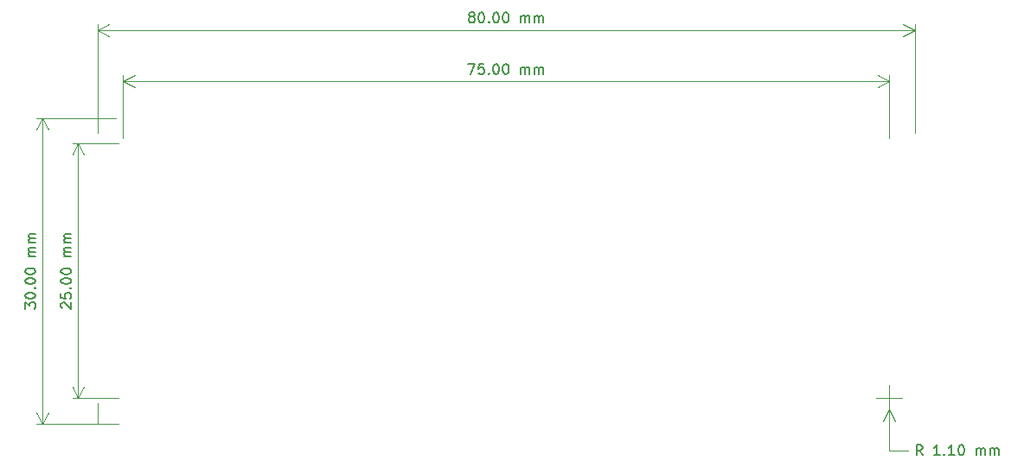
<source format=gbr>
%TF.GenerationSoftware,KiCad,Pcbnew,9.0.2*%
%TF.CreationDate,2025-06-08T01:22:44+05:30*%
%TF.ProjectId,AQEYE-SB-D1,41514559-452d-4534-922d-44312e6b6963,0.1*%
%TF.SameCoordinates,Original*%
%TF.FileFunction,OtherDrawing,Comment*%
%FSLAX46Y46*%
G04 Gerber Fmt 4.6, Leading zero omitted, Abs format (unit mm)*
G04 Created by KiCad (PCBNEW 9.0.2) date 2025-06-08 01:22:44*
%MOMM*%
%LPD*%
G01*
G04 APERTURE LIST*
%ADD10C,0.100000*%
%ADD11C,0.150000*%
%ADD12C,0.200000*%
G04 APERTURE END LIST*
D10*
X0Y0D02*
X2000000Y0D01*
X0Y2000000D02*
X0Y0D01*
D11*
X80747619Y-3081057D02*
X80414286Y-2604866D01*
X80176191Y-3081057D02*
X80176191Y-2081057D01*
X80176191Y-2081057D02*
X80557143Y-2081057D01*
X80557143Y-2081057D02*
X80652381Y-2128676D01*
X80652381Y-2128676D02*
X80700000Y-2176295D01*
X80700000Y-2176295D02*
X80747619Y-2271533D01*
X80747619Y-2271533D02*
X80747619Y-2414390D01*
X80747619Y-2414390D02*
X80700000Y-2509628D01*
X80700000Y-2509628D02*
X80652381Y-2557247D01*
X80652381Y-2557247D02*
X80557143Y-2604866D01*
X80557143Y-2604866D02*
X80176191Y-2604866D01*
X82461905Y-3081057D02*
X81890477Y-3081057D01*
X82176191Y-3081057D02*
X82176191Y-2081057D01*
X82176191Y-2081057D02*
X82080953Y-2223914D01*
X82080953Y-2223914D02*
X81985715Y-2319152D01*
X81985715Y-2319152D02*
X81890477Y-2366771D01*
X82890477Y-2985818D02*
X82938096Y-3033438D01*
X82938096Y-3033438D02*
X82890477Y-3081057D01*
X82890477Y-3081057D02*
X82842858Y-3033438D01*
X82842858Y-3033438D02*
X82890477Y-2985818D01*
X82890477Y-2985818D02*
X82890477Y-3081057D01*
X83890476Y-3081057D02*
X83319048Y-3081057D01*
X83604762Y-3081057D02*
X83604762Y-2081057D01*
X83604762Y-2081057D02*
X83509524Y-2223914D01*
X83509524Y-2223914D02*
X83414286Y-2319152D01*
X83414286Y-2319152D02*
X83319048Y-2366771D01*
X84509524Y-2081057D02*
X84604762Y-2081057D01*
X84604762Y-2081057D02*
X84700000Y-2128676D01*
X84700000Y-2128676D02*
X84747619Y-2176295D01*
X84747619Y-2176295D02*
X84795238Y-2271533D01*
X84795238Y-2271533D02*
X84842857Y-2462009D01*
X84842857Y-2462009D02*
X84842857Y-2700104D01*
X84842857Y-2700104D02*
X84795238Y-2890580D01*
X84795238Y-2890580D02*
X84747619Y-2985818D01*
X84747619Y-2985818D02*
X84700000Y-3033438D01*
X84700000Y-3033438D02*
X84604762Y-3081057D01*
X84604762Y-3081057D02*
X84509524Y-3081057D01*
X84509524Y-3081057D02*
X84414286Y-3033438D01*
X84414286Y-3033438D02*
X84366667Y-2985818D01*
X84366667Y-2985818D02*
X84319048Y-2890580D01*
X84319048Y-2890580D02*
X84271429Y-2700104D01*
X84271429Y-2700104D02*
X84271429Y-2462009D01*
X84271429Y-2462009D02*
X84319048Y-2271533D01*
X84319048Y-2271533D02*
X84366667Y-2176295D01*
X84366667Y-2176295D02*
X84414286Y-2128676D01*
X84414286Y-2128676D02*
X84509524Y-2081057D01*
X86033334Y-3081057D02*
X86033334Y-2414390D01*
X86033334Y-2509628D02*
X86080953Y-2462009D01*
X86080953Y-2462009D02*
X86176191Y-2414390D01*
X86176191Y-2414390D02*
X86319048Y-2414390D01*
X86319048Y-2414390D02*
X86414286Y-2462009D01*
X86414286Y-2462009D02*
X86461905Y-2557247D01*
X86461905Y-2557247D02*
X86461905Y-3081057D01*
X86461905Y-2557247D02*
X86509524Y-2462009D01*
X86509524Y-2462009D02*
X86604762Y-2414390D01*
X86604762Y-2414390D02*
X86747619Y-2414390D01*
X86747619Y-2414390D02*
X86842858Y-2462009D01*
X86842858Y-2462009D02*
X86890477Y-2557247D01*
X86890477Y-2557247D02*
X86890477Y-3081057D01*
X87366667Y-3081057D02*
X87366667Y-2414390D01*
X87366667Y-2509628D02*
X87414286Y-2462009D01*
X87414286Y-2462009D02*
X87509524Y-2414390D01*
X87509524Y-2414390D02*
X87652381Y-2414390D01*
X87652381Y-2414390D02*
X87747619Y-2462009D01*
X87747619Y-2462009D02*
X87795238Y-2557247D01*
X87795238Y-2557247D02*
X87795238Y-3081057D01*
X87795238Y-2557247D02*
X87842857Y-2462009D01*
X87842857Y-2462009D02*
X87938095Y-2414390D01*
X87938095Y-2414390D02*
X88080952Y-2414390D01*
X88080952Y-2414390D02*
X88176191Y-2462009D01*
X88176191Y-2462009D02*
X88223810Y-2557247D01*
X88223810Y-2557247D02*
X88223810Y-3081057D01*
D10*
X77500000Y3770000D02*
X77500000Y1230000D01*
X78770000Y2500000D02*
X76230000Y2500000D01*
X77500000Y1400000D02*
X77500000Y-2626238D01*
X77500000Y-2626238D02*
X79313096Y-2626238D01*
X77500000Y1400000D02*
X78086421Y273496D01*
X77500000Y1400000D02*
X76913579Y273496D01*
D11*
X-7095181Y11285716D02*
X-7095181Y11904763D01*
X-7095181Y11904763D02*
X-6714229Y11571430D01*
X-6714229Y11571430D02*
X-6714229Y11714287D01*
X-6714229Y11714287D02*
X-6666610Y11809525D01*
X-6666610Y11809525D02*
X-6618991Y11857144D01*
X-6618991Y11857144D02*
X-6523753Y11904763D01*
X-6523753Y11904763D02*
X-6285658Y11904763D01*
X-6285658Y11904763D02*
X-6190420Y11857144D01*
X-6190420Y11857144D02*
X-6142800Y11809525D01*
X-6142800Y11809525D02*
X-6095181Y11714287D01*
X-6095181Y11714287D02*
X-6095181Y11428573D01*
X-6095181Y11428573D02*
X-6142800Y11333335D01*
X-6142800Y11333335D02*
X-6190420Y11285716D01*
X-7095181Y12523811D02*
X-7095181Y12619049D01*
X-7095181Y12619049D02*
X-7047562Y12714287D01*
X-7047562Y12714287D02*
X-6999943Y12761906D01*
X-6999943Y12761906D02*
X-6904705Y12809525D01*
X-6904705Y12809525D02*
X-6714229Y12857144D01*
X-6714229Y12857144D02*
X-6476134Y12857144D01*
X-6476134Y12857144D02*
X-6285658Y12809525D01*
X-6285658Y12809525D02*
X-6190420Y12761906D01*
X-6190420Y12761906D02*
X-6142800Y12714287D01*
X-6142800Y12714287D02*
X-6095181Y12619049D01*
X-6095181Y12619049D02*
X-6095181Y12523811D01*
X-6095181Y12523811D02*
X-6142800Y12428573D01*
X-6142800Y12428573D02*
X-6190420Y12380954D01*
X-6190420Y12380954D02*
X-6285658Y12333335D01*
X-6285658Y12333335D02*
X-6476134Y12285716D01*
X-6476134Y12285716D02*
X-6714229Y12285716D01*
X-6714229Y12285716D02*
X-6904705Y12333335D01*
X-6904705Y12333335D02*
X-6999943Y12380954D01*
X-6999943Y12380954D02*
X-7047562Y12428573D01*
X-7047562Y12428573D02*
X-7095181Y12523811D01*
X-6190420Y13285716D02*
X-6142800Y13333335D01*
X-6142800Y13333335D02*
X-6095181Y13285716D01*
X-6095181Y13285716D02*
X-6142800Y13238097D01*
X-6142800Y13238097D02*
X-6190420Y13285716D01*
X-6190420Y13285716D02*
X-6095181Y13285716D01*
X-7095181Y13952382D02*
X-7095181Y14047620D01*
X-7095181Y14047620D02*
X-7047562Y14142858D01*
X-7047562Y14142858D02*
X-6999943Y14190477D01*
X-6999943Y14190477D02*
X-6904705Y14238096D01*
X-6904705Y14238096D02*
X-6714229Y14285715D01*
X-6714229Y14285715D02*
X-6476134Y14285715D01*
X-6476134Y14285715D02*
X-6285658Y14238096D01*
X-6285658Y14238096D02*
X-6190420Y14190477D01*
X-6190420Y14190477D02*
X-6142800Y14142858D01*
X-6142800Y14142858D02*
X-6095181Y14047620D01*
X-6095181Y14047620D02*
X-6095181Y13952382D01*
X-6095181Y13952382D02*
X-6142800Y13857144D01*
X-6142800Y13857144D02*
X-6190420Y13809525D01*
X-6190420Y13809525D02*
X-6285658Y13761906D01*
X-6285658Y13761906D02*
X-6476134Y13714287D01*
X-6476134Y13714287D02*
X-6714229Y13714287D01*
X-6714229Y13714287D02*
X-6904705Y13761906D01*
X-6904705Y13761906D02*
X-6999943Y13809525D01*
X-6999943Y13809525D02*
X-7047562Y13857144D01*
X-7047562Y13857144D02*
X-7095181Y13952382D01*
X-7095181Y14904763D02*
X-7095181Y15000001D01*
X-7095181Y15000001D02*
X-7047562Y15095239D01*
X-7047562Y15095239D02*
X-6999943Y15142858D01*
X-6999943Y15142858D02*
X-6904705Y15190477D01*
X-6904705Y15190477D02*
X-6714229Y15238096D01*
X-6714229Y15238096D02*
X-6476134Y15238096D01*
X-6476134Y15238096D02*
X-6285658Y15190477D01*
X-6285658Y15190477D02*
X-6190420Y15142858D01*
X-6190420Y15142858D02*
X-6142800Y15095239D01*
X-6142800Y15095239D02*
X-6095181Y15000001D01*
X-6095181Y15000001D02*
X-6095181Y14904763D01*
X-6095181Y14904763D02*
X-6142800Y14809525D01*
X-6142800Y14809525D02*
X-6190420Y14761906D01*
X-6190420Y14761906D02*
X-6285658Y14714287D01*
X-6285658Y14714287D02*
X-6476134Y14666668D01*
X-6476134Y14666668D02*
X-6714229Y14666668D01*
X-6714229Y14666668D02*
X-6904705Y14714287D01*
X-6904705Y14714287D02*
X-6999943Y14761906D01*
X-6999943Y14761906D02*
X-7047562Y14809525D01*
X-7047562Y14809525D02*
X-7095181Y14904763D01*
X-6095181Y16428573D02*
X-6761848Y16428573D01*
X-6666610Y16428573D02*
X-6714229Y16476192D01*
X-6714229Y16476192D02*
X-6761848Y16571430D01*
X-6761848Y16571430D02*
X-6761848Y16714287D01*
X-6761848Y16714287D02*
X-6714229Y16809525D01*
X-6714229Y16809525D02*
X-6618991Y16857144D01*
X-6618991Y16857144D02*
X-6095181Y16857144D01*
X-6618991Y16857144D02*
X-6714229Y16904763D01*
X-6714229Y16904763D02*
X-6761848Y17000001D01*
X-6761848Y17000001D02*
X-6761848Y17142858D01*
X-6761848Y17142858D02*
X-6714229Y17238097D01*
X-6714229Y17238097D02*
X-6618991Y17285716D01*
X-6618991Y17285716D02*
X-6095181Y17285716D01*
X-6095181Y17761906D02*
X-6761848Y17761906D01*
X-6666610Y17761906D02*
X-6714229Y17809525D01*
X-6714229Y17809525D02*
X-6761848Y17904763D01*
X-6761848Y17904763D02*
X-6761848Y18047620D01*
X-6761848Y18047620D02*
X-6714229Y18142858D01*
X-6714229Y18142858D02*
X-6618991Y18190477D01*
X-6618991Y18190477D02*
X-6095181Y18190477D01*
X-6618991Y18190477D02*
X-6714229Y18238096D01*
X-6714229Y18238096D02*
X-6761848Y18333334D01*
X-6761848Y18333334D02*
X-6761848Y18476191D01*
X-6761848Y18476191D02*
X-6714229Y18571430D01*
X-6714229Y18571430D02*
X-6618991Y18619049D01*
X-6618991Y18619049D02*
X-6095181Y18619049D01*
D10*
X1800000Y30000000D02*
X-5986420Y30000000D01*
X-5986420Y0D02*
X1800000Y0D01*
X-5400000Y30000000D02*
X-5400000Y0D01*
X-5400000Y30000000D02*
X-4813579Y28873496D01*
X-5400000Y30000000D02*
X-5986421Y28873496D01*
X-5400000Y0D02*
X-5986421Y1126504D01*
X-5400000Y0D02*
X-4813579Y1126504D01*
D11*
X36285715Y35295181D02*
X36952381Y35295181D01*
X36952381Y35295181D02*
X36523810Y34295181D01*
X37809524Y35295181D02*
X37333334Y35295181D01*
X37333334Y35295181D02*
X37285715Y34818991D01*
X37285715Y34818991D02*
X37333334Y34866610D01*
X37333334Y34866610D02*
X37428572Y34914229D01*
X37428572Y34914229D02*
X37666667Y34914229D01*
X37666667Y34914229D02*
X37761905Y34866610D01*
X37761905Y34866610D02*
X37809524Y34818991D01*
X37809524Y34818991D02*
X37857143Y34723753D01*
X37857143Y34723753D02*
X37857143Y34485658D01*
X37857143Y34485658D02*
X37809524Y34390420D01*
X37809524Y34390420D02*
X37761905Y34342800D01*
X37761905Y34342800D02*
X37666667Y34295181D01*
X37666667Y34295181D02*
X37428572Y34295181D01*
X37428572Y34295181D02*
X37333334Y34342800D01*
X37333334Y34342800D02*
X37285715Y34390420D01*
X38285715Y34390420D02*
X38333334Y34342800D01*
X38333334Y34342800D02*
X38285715Y34295181D01*
X38285715Y34295181D02*
X38238096Y34342800D01*
X38238096Y34342800D02*
X38285715Y34390420D01*
X38285715Y34390420D02*
X38285715Y34295181D01*
X38952381Y35295181D02*
X39047619Y35295181D01*
X39047619Y35295181D02*
X39142857Y35247562D01*
X39142857Y35247562D02*
X39190476Y35199943D01*
X39190476Y35199943D02*
X39238095Y35104705D01*
X39238095Y35104705D02*
X39285714Y34914229D01*
X39285714Y34914229D02*
X39285714Y34676134D01*
X39285714Y34676134D02*
X39238095Y34485658D01*
X39238095Y34485658D02*
X39190476Y34390420D01*
X39190476Y34390420D02*
X39142857Y34342800D01*
X39142857Y34342800D02*
X39047619Y34295181D01*
X39047619Y34295181D02*
X38952381Y34295181D01*
X38952381Y34295181D02*
X38857143Y34342800D01*
X38857143Y34342800D02*
X38809524Y34390420D01*
X38809524Y34390420D02*
X38761905Y34485658D01*
X38761905Y34485658D02*
X38714286Y34676134D01*
X38714286Y34676134D02*
X38714286Y34914229D01*
X38714286Y34914229D02*
X38761905Y35104705D01*
X38761905Y35104705D02*
X38809524Y35199943D01*
X38809524Y35199943D02*
X38857143Y35247562D01*
X38857143Y35247562D02*
X38952381Y35295181D01*
X39904762Y35295181D02*
X40000000Y35295181D01*
X40000000Y35295181D02*
X40095238Y35247562D01*
X40095238Y35247562D02*
X40142857Y35199943D01*
X40142857Y35199943D02*
X40190476Y35104705D01*
X40190476Y35104705D02*
X40238095Y34914229D01*
X40238095Y34914229D02*
X40238095Y34676134D01*
X40238095Y34676134D02*
X40190476Y34485658D01*
X40190476Y34485658D02*
X40142857Y34390420D01*
X40142857Y34390420D02*
X40095238Y34342800D01*
X40095238Y34342800D02*
X40000000Y34295181D01*
X40000000Y34295181D02*
X39904762Y34295181D01*
X39904762Y34295181D02*
X39809524Y34342800D01*
X39809524Y34342800D02*
X39761905Y34390420D01*
X39761905Y34390420D02*
X39714286Y34485658D01*
X39714286Y34485658D02*
X39666667Y34676134D01*
X39666667Y34676134D02*
X39666667Y34914229D01*
X39666667Y34914229D02*
X39714286Y35104705D01*
X39714286Y35104705D02*
X39761905Y35199943D01*
X39761905Y35199943D02*
X39809524Y35247562D01*
X39809524Y35247562D02*
X39904762Y35295181D01*
X41428572Y34295181D02*
X41428572Y34961848D01*
X41428572Y34866610D02*
X41476191Y34914229D01*
X41476191Y34914229D02*
X41571429Y34961848D01*
X41571429Y34961848D02*
X41714286Y34961848D01*
X41714286Y34961848D02*
X41809524Y34914229D01*
X41809524Y34914229D02*
X41857143Y34818991D01*
X41857143Y34818991D02*
X41857143Y34295181D01*
X41857143Y34818991D02*
X41904762Y34914229D01*
X41904762Y34914229D02*
X42000000Y34961848D01*
X42000000Y34961848D02*
X42142857Y34961848D01*
X42142857Y34961848D02*
X42238096Y34914229D01*
X42238096Y34914229D02*
X42285715Y34818991D01*
X42285715Y34818991D02*
X42285715Y34295181D01*
X42761905Y34295181D02*
X42761905Y34961848D01*
X42761905Y34866610D02*
X42809524Y34914229D01*
X42809524Y34914229D02*
X42904762Y34961848D01*
X42904762Y34961848D02*
X43047619Y34961848D01*
X43047619Y34961848D02*
X43142857Y34914229D01*
X43142857Y34914229D02*
X43190476Y34818991D01*
X43190476Y34818991D02*
X43190476Y34295181D01*
X43190476Y34818991D02*
X43238095Y34914229D01*
X43238095Y34914229D02*
X43333333Y34961848D01*
X43333333Y34961848D02*
X43476190Y34961848D01*
X43476190Y34961848D02*
X43571429Y34914229D01*
X43571429Y34914229D02*
X43619048Y34818991D01*
X43619048Y34818991D02*
X43619048Y34295181D01*
D10*
X2500000Y28000000D02*
X2500000Y34186420D01*
X77500000Y34186420D02*
X77500000Y28000000D01*
X2500000Y33600000D02*
X77500000Y33600000D01*
X2500000Y33600000D02*
X3626504Y34186421D01*
X2500000Y33600000D02*
X3626504Y33013579D01*
X77500000Y33600000D02*
X76373496Y33013579D01*
X77500000Y33600000D02*
X76373496Y34186421D01*
D11*
X-3499943Y11333335D02*
X-3547562Y11380954D01*
X-3547562Y11380954D02*
X-3595181Y11476192D01*
X-3595181Y11476192D02*
X-3595181Y11714287D01*
X-3595181Y11714287D02*
X-3547562Y11809525D01*
X-3547562Y11809525D02*
X-3499943Y11857144D01*
X-3499943Y11857144D02*
X-3404705Y11904763D01*
X-3404705Y11904763D02*
X-3309467Y11904763D01*
X-3309467Y11904763D02*
X-3166610Y11857144D01*
X-3166610Y11857144D02*
X-2595181Y11285716D01*
X-2595181Y11285716D02*
X-2595181Y11904763D01*
X-3595181Y12809525D02*
X-3595181Y12333335D01*
X-3595181Y12333335D02*
X-3118991Y12285716D01*
X-3118991Y12285716D02*
X-3166610Y12333335D01*
X-3166610Y12333335D02*
X-3214229Y12428573D01*
X-3214229Y12428573D02*
X-3214229Y12666668D01*
X-3214229Y12666668D02*
X-3166610Y12761906D01*
X-3166610Y12761906D02*
X-3118991Y12809525D01*
X-3118991Y12809525D02*
X-3023753Y12857144D01*
X-3023753Y12857144D02*
X-2785658Y12857144D01*
X-2785658Y12857144D02*
X-2690420Y12809525D01*
X-2690420Y12809525D02*
X-2642800Y12761906D01*
X-2642800Y12761906D02*
X-2595181Y12666668D01*
X-2595181Y12666668D02*
X-2595181Y12428573D01*
X-2595181Y12428573D02*
X-2642800Y12333335D01*
X-2642800Y12333335D02*
X-2690420Y12285716D01*
X-2690420Y13285716D02*
X-2642800Y13333335D01*
X-2642800Y13333335D02*
X-2595181Y13285716D01*
X-2595181Y13285716D02*
X-2642800Y13238097D01*
X-2642800Y13238097D02*
X-2690420Y13285716D01*
X-2690420Y13285716D02*
X-2595181Y13285716D01*
X-3595181Y13952382D02*
X-3595181Y14047620D01*
X-3595181Y14047620D02*
X-3547562Y14142858D01*
X-3547562Y14142858D02*
X-3499943Y14190477D01*
X-3499943Y14190477D02*
X-3404705Y14238096D01*
X-3404705Y14238096D02*
X-3214229Y14285715D01*
X-3214229Y14285715D02*
X-2976134Y14285715D01*
X-2976134Y14285715D02*
X-2785658Y14238096D01*
X-2785658Y14238096D02*
X-2690420Y14190477D01*
X-2690420Y14190477D02*
X-2642800Y14142858D01*
X-2642800Y14142858D02*
X-2595181Y14047620D01*
X-2595181Y14047620D02*
X-2595181Y13952382D01*
X-2595181Y13952382D02*
X-2642800Y13857144D01*
X-2642800Y13857144D02*
X-2690420Y13809525D01*
X-2690420Y13809525D02*
X-2785658Y13761906D01*
X-2785658Y13761906D02*
X-2976134Y13714287D01*
X-2976134Y13714287D02*
X-3214229Y13714287D01*
X-3214229Y13714287D02*
X-3404705Y13761906D01*
X-3404705Y13761906D02*
X-3499943Y13809525D01*
X-3499943Y13809525D02*
X-3547562Y13857144D01*
X-3547562Y13857144D02*
X-3595181Y13952382D01*
X-3595181Y14904763D02*
X-3595181Y15000001D01*
X-3595181Y15000001D02*
X-3547562Y15095239D01*
X-3547562Y15095239D02*
X-3499943Y15142858D01*
X-3499943Y15142858D02*
X-3404705Y15190477D01*
X-3404705Y15190477D02*
X-3214229Y15238096D01*
X-3214229Y15238096D02*
X-2976134Y15238096D01*
X-2976134Y15238096D02*
X-2785658Y15190477D01*
X-2785658Y15190477D02*
X-2690420Y15142858D01*
X-2690420Y15142858D02*
X-2642800Y15095239D01*
X-2642800Y15095239D02*
X-2595181Y15000001D01*
X-2595181Y15000001D02*
X-2595181Y14904763D01*
X-2595181Y14904763D02*
X-2642800Y14809525D01*
X-2642800Y14809525D02*
X-2690420Y14761906D01*
X-2690420Y14761906D02*
X-2785658Y14714287D01*
X-2785658Y14714287D02*
X-2976134Y14666668D01*
X-2976134Y14666668D02*
X-3214229Y14666668D01*
X-3214229Y14666668D02*
X-3404705Y14714287D01*
X-3404705Y14714287D02*
X-3499943Y14761906D01*
X-3499943Y14761906D02*
X-3547562Y14809525D01*
X-3547562Y14809525D02*
X-3595181Y14904763D01*
X-2595181Y16428573D02*
X-3261848Y16428573D01*
X-3166610Y16428573D02*
X-3214229Y16476192D01*
X-3214229Y16476192D02*
X-3261848Y16571430D01*
X-3261848Y16571430D02*
X-3261848Y16714287D01*
X-3261848Y16714287D02*
X-3214229Y16809525D01*
X-3214229Y16809525D02*
X-3118991Y16857144D01*
X-3118991Y16857144D02*
X-2595181Y16857144D01*
X-3118991Y16857144D02*
X-3214229Y16904763D01*
X-3214229Y16904763D02*
X-3261848Y17000001D01*
X-3261848Y17000001D02*
X-3261848Y17142858D01*
X-3261848Y17142858D02*
X-3214229Y17238097D01*
X-3214229Y17238097D02*
X-3118991Y17285716D01*
X-3118991Y17285716D02*
X-2595181Y17285716D01*
X-2595181Y17761906D02*
X-3261848Y17761906D01*
X-3166610Y17761906D02*
X-3214229Y17809525D01*
X-3214229Y17809525D02*
X-3261848Y17904763D01*
X-3261848Y17904763D02*
X-3261848Y18047620D01*
X-3261848Y18047620D02*
X-3214229Y18142858D01*
X-3214229Y18142858D02*
X-3118991Y18190477D01*
X-3118991Y18190477D02*
X-2595181Y18190477D01*
X-3118991Y18190477D02*
X-3214229Y18238096D01*
X-3214229Y18238096D02*
X-3261848Y18333334D01*
X-3261848Y18333334D02*
X-3261848Y18476191D01*
X-3261848Y18476191D02*
X-3214229Y18571430D01*
X-3214229Y18571430D02*
X-3118991Y18619049D01*
X-3118991Y18619049D02*
X-2595181Y18619049D01*
D10*
X2000000Y2500000D02*
X-2486420Y2500000D01*
X-2486420Y27500000D02*
X2000000Y27500000D01*
X-1900000Y2500000D02*
X-1900000Y27500000D01*
X-1900000Y2500000D02*
X-2486421Y3626504D01*
X-1900000Y2500000D02*
X-1313579Y3626504D01*
X-1900000Y27500000D02*
X-1313579Y26373496D01*
X-1900000Y27500000D02*
X-2486421Y26373496D01*
D12*
X36523810Y39919210D02*
X36428572Y39966829D01*
X36428572Y39966829D02*
X36380953Y40014448D01*
X36380953Y40014448D02*
X36333334Y40109686D01*
X36333334Y40109686D02*
X36333334Y40157305D01*
X36333334Y40157305D02*
X36380953Y40252543D01*
X36380953Y40252543D02*
X36428572Y40300162D01*
X36428572Y40300162D02*
X36523810Y40347781D01*
X36523810Y40347781D02*
X36714286Y40347781D01*
X36714286Y40347781D02*
X36809524Y40300162D01*
X36809524Y40300162D02*
X36857143Y40252543D01*
X36857143Y40252543D02*
X36904762Y40157305D01*
X36904762Y40157305D02*
X36904762Y40109686D01*
X36904762Y40109686D02*
X36857143Y40014448D01*
X36857143Y40014448D02*
X36809524Y39966829D01*
X36809524Y39966829D02*
X36714286Y39919210D01*
X36714286Y39919210D02*
X36523810Y39919210D01*
X36523810Y39919210D02*
X36428572Y39871591D01*
X36428572Y39871591D02*
X36380953Y39823972D01*
X36380953Y39823972D02*
X36333334Y39728734D01*
X36333334Y39728734D02*
X36333334Y39538258D01*
X36333334Y39538258D02*
X36380953Y39443020D01*
X36380953Y39443020D02*
X36428572Y39395400D01*
X36428572Y39395400D02*
X36523810Y39347781D01*
X36523810Y39347781D02*
X36714286Y39347781D01*
X36714286Y39347781D02*
X36809524Y39395400D01*
X36809524Y39395400D02*
X36857143Y39443020D01*
X36857143Y39443020D02*
X36904762Y39538258D01*
X36904762Y39538258D02*
X36904762Y39728734D01*
X36904762Y39728734D02*
X36857143Y39823972D01*
X36857143Y39823972D02*
X36809524Y39871591D01*
X36809524Y39871591D02*
X36714286Y39919210D01*
X37523810Y40347781D02*
X37619048Y40347781D01*
X37619048Y40347781D02*
X37714286Y40300162D01*
X37714286Y40300162D02*
X37761905Y40252543D01*
X37761905Y40252543D02*
X37809524Y40157305D01*
X37809524Y40157305D02*
X37857143Y39966829D01*
X37857143Y39966829D02*
X37857143Y39728734D01*
X37857143Y39728734D02*
X37809524Y39538258D01*
X37809524Y39538258D02*
X37761905Y39443020D01*
X37761905Y39443020D02*
X37714286Y39395400D01*
X37714286Y39395400D02*
X37619048Y39347781D01*
X37619048Y39347781D02*
X37523810Y39347781D01*
X37523810Y39347781D02*
X37428572Y39395400D01*
X37428572Y39395400D02*
X37380953Y39443020D01*
X37380953Y39443020D02*
X37333334Y39538258D01*
X37333334Y39538258D02*
X37285715Y39728734D01*
X37285715Y39728734D02*
X37285715Y39966829D01*
X37285715Y39966829D02*
X37333334Y40157305D01*
X37333334Y40157305D02*
X37380953Y40252543D01*
X37380953Y40252543D02*
X37428572Y40300162D01*
X37428572Y40300162D02*
X37523810Y40347781D01*
X38285715Y39443020D02*
X38333334Y39395400D01*
X38333334Y39395400D02*
X38285715Y39347781D01*
X38285715Y39347781D02*
X38238096Y39395400D01*
X38238096Y39395400D02*
X38285715Y39443020D01*
X38285715Y39443020D02*
X38285715Y39347781D01*
X38952381Y40347781D02*
X39047619Y40347781D01*
X39047619Y40347781D02*
X39142857Y40300162D01*
X39142857Y40300162D02*
X39190476Y40252543D01*
X39190476Y40252543D02*
X39238095Y40157305D01*
X39238095Y40157305D02*
X39285714Y39966829D01*
X39285714Y39966829D02*
X39285714Y39728734D01*
X39285714Y39728734D02*
X39238095Y39538258D01*
X39238095Y39538258D02*
X39190476Y39443020D01*
X39190476Y39443020D02*
X39142857Y39395400D01*
X39142857Y39395400D02*
X39047619Y39347781D01*
X39047619Y39347781D02*
X38952381Y39347781D01*
X38952381Y39347781D02*
X38857143Y39395400D01*
X38857143Y39395400D02*
X38809524Y39443020D01*
X38809524Y39443020D02*
X38761905Y39538258D01*
X38761905Y39538258D02*
X38714286Y39728734D01*
X38714286Y39728734D02*
X38714286Y39966829D01*
X38714286Y39966829D02*
X38761905Y40157305D01*
X38761905Y40157305D02*
X38809524Y40252543D01*
X38809524Y40252543D02*
X38857143Y40300162D01*
X38857143Y40300162D02*
X38952381Y40347781D01*
X39904762Y40347781D02*
X40000000Y40347781D01*
X40000000Y40347781D02*
X40095238Y40300162D01*
X40095238Y40300162D02*
X40142857Y40252543D01*
X40142857Y40252543D02*
X40190476Y40157305D01*
X40190476Y40157305D02*
X40238095Y39966829D01*
X40238095Y39966829D02*
X40238095Y39728734D01*
X40238095Y39728734D02*
X40190476Y39538258D01*
X40190476Y39538258D02*
X40142857Y39443020D01*
X40142857Y39443020D02*
X40095238Y39395400D01*
X40095238Y39395400D02*
X40000000Y39347781D01*
X40000000Y39347781D02*
X39904762Y39347781D01*
X39904762Y39347781D02*
X39809524Y39395400D01*
X39809524Y39395400D02*
X39761905Y39443020D01*
X39761905Y39443020D02*
X39714286Y39538258D01*
X39714286Y39538258D02*
X39666667Y39728734D01*
X39666667Y39728734D02*
X39666667Y39966829D01*
X39666667Y39966829D02*
X39714286Y40157305D01*
X39714286Y40157305D02*
X39761905Y40252543D01*
X39761905Y40252543D02*
X39809524Y40300162D01*
X39809524Y40300162D02*
X39904762Y40347781D01*
X41428572Y39347781D02*
X41428572Y40014448D01*
X41428572Y39919210D02*
X41476191Y39966829D01*
X41476191Y39966829D02*
X41571429Y40014448D01*
X41571429Y40014448D02*
X41714286Y40014448D01*
X41714286Y40014448D02*
X41809524Y39966829D01*
X41809524Y39966829D02*
X41857143Y39871591D01*
X41857143Y39871591D02*
X41857143Y39347781D01*
X41857143Y39871591D02*
X41904762Y39966829D01*
X41904762Y39966829D02*
X42000000Y40014448D01*
X42000000Y40014448D02*
X42142857Y40014448D01*
X42142857Y40014448D02*
X42238096Y39966829D01*
X42238096Y39966829D02*
X42285715Y39871591D01*
X42285715Y39871591D02*
X42285715Y39347781D01*
X42761905Y39347781D02*
X42761905Y40014448D01*
X42761905Y39919210D02*
X42809524Y39966829D01*
X42809524Y39966829D02*
X42904762Y40014448D01*
X42904762Y40014448D02*
X43047619Y40014448D01*
X43047619Y40014448D02*
X43142857Y39966829D01*
X43142857Y39966829D02*
X43190476Y39871591D01*
X43190476Y39871591D02*
X43190476Y39347781D01*
X43190476Y39871591D02*
X43238095Y39966829D01*
X43238095Y39966829D02*
X43333333Y40014448D01*
X43333333Y40014448D02*
X43476190Y40014448D01*
X43476190Y40014448D02*
X43571429Y39966829D01*
X43571429Y39966829D02*
X43619048Y39871591D01*
X43619048Y39871591D02*
X43619048Y39347781D01*
D10*
X0Y28500000D02*
X0Y39186420D01*
X80000000Y39186420D02*
X80000000Y28500000D01*
X0Y38600000D02*
X80000000Y38600000D01*
X0Y38600000D02*
X1126504Y39186421D01*
X0Y38600000D02*
X1126504Y38013579D01*
X80000000Y38600000D02*
X78873496Y38013579D01*
X80000000Y38600000D02*
X78873496Y39186421D01*
M02*

</source>
